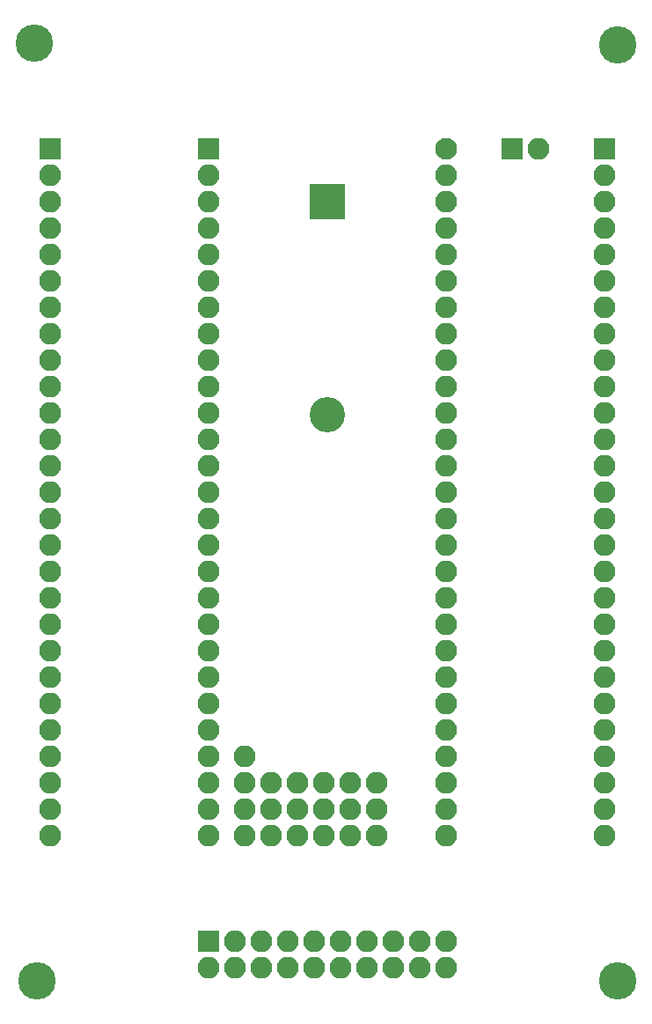
<source format=gbr>
G04 #@! TF.FileFunction,Soldermask,Top*
%FSLAX46Y46*%
G04 Gerber Fmt 4.6, Leading zero omitted, Abs format (unit mm)*
G04 Created by KiCad (PCBNEW 4.0.7-e2-6376~58~ubuntu16.04.1) date Tue Oct 16 16:27:12 2018*
%MOMM*%
%LPD*%
G01*
G04 APERTURE LIST*
%ADD10C,0.100000*%
%ADD11C,3.600000*%
%ADD12C,2.100000*%
%ADD13O,2.100000X2.100000*%
%ADD14R,2.100000X2.100000*%
%ADD15C,3.400000*%
%ADD16R,3.400000X3.400000*%
G04 APERTURE END LIST*
D10*
D11*
X176022000Y-149606000D03*
X120142000Y-149606000D03*
X119888000Y-59436000D03*
D12*
X159512000Y-69596000D03*
D13*
X159512000Y-72136000D03*
X159512000Y-74676000D03*
X159512000Y-77216000D03*
X159512000Y-79756000D03*
X159512000Y-82296000D03*
X159512000Y-84836000D03*
X159512000Y-87376000D03*
X159512000Y-89916000D03*
X159512000Y-92456000D03*
X159512000Y-94996000D03*
X159512000Y-97536000D03*
X159512000Y-100076000D03*
X159512000Y-102616000D03*
X159512000Y-105156000D03*
X159512000Y-107696000D03*
X159512000Y-110236000D03*
X159512000Y-112776000D03*
X159512000Y-115316000D03*
X159512000Y-117856000D03*
X159512000Y-120396000D03*
X159512000Y-122936000D03*
X159512000Y-125476000D03*
X159512000Y-128016000D03*
X159512000Y-130556000D03*
X159512000Y-133096000D03*
X159512000Y-135596000D03*
X136652000Y-133096000D03*
X136652000Y-130556000D03*
X136652000Y-122936000D03*
X136652000Y-125476000D03*
X136652000Y-128016000D03*
X136652000Y-135636000D03*
X136652000Y-77216000D03*
X136652000Y-79756000D03*
X136652000Y-82296000D03*
X136652000Y-84836000D03*
X136652000Y-74676000D03*
D14*
X136652000Y-69596000D03*
D13*
X136652000Y-72136000D03*
X136652000Y-87376000D03*
X136652000Y-89916000D03*
X136652000Y-92456000D03*
X136652000Y-94996000D03*
X136652000Y-97536000D03*
X136652000Y-100076000D03*
X136652000Y-102616000D03*
X136652000Y-105156000D03*
X136652000Y-107696000D03*
X136652000Y-110236000D03*
X136652000Y-112776000D03*
X136652000Y-115316000D03*
X136652000Y-117856000D03*
X136652000Y-120396000D03*
X140152000Y-135636000D03*
X140152000Y-128016000D03*
X140152000Y-133096000D03*
X140152000Y-130556000D03*
X142692000Y-133096000D03*
X142692000Y-135636000D03*
X142692000Y-130556000D03*
X145232000Y-135636000D03*
X145232000Y-133096000D03*
X145232000Y-130556000D03*
X147772000Y-135636000D03*
X147772000Y-133096000D03*
X147772000Y-130556000D03*
X150312000Y-133096000D03*
X150312000Y-135636000D03*
X150312000Y-130556000D03*
X152852000Y-133096000D03*
X152852000Y-135636000D03*
X152852000Y-130556000D03*
D15*
X148082000Y-95166000D03*
D16*
X148082000Y-74676000D03*
D14*
X121412000Y-69596000D03*
D13*
X121412000Y-72136000D03*
X121412000Y-74676000D03*
X121412000Y-77216000D03*
X121412000Y-79756000D03*
X121412000Y-82296000D03*
X121412000Y-84836000D03*
X121412000Y-87376000D03*
X121412000Y-89916000D03*
X121412000Y-92456000D03*
X121412000Y-94996000D03*
X121412000Y-97536000D03*
X121412000Y-100076000D03*
X121412000Y-102616000D03*
X121412000Y-105156000D03*
X121412000Y-107696000D03*
X121412000Y-110236000D03*
X121412000Y-112776000D03*
X121412000Y-115316000D03*
X121412000Y-117856000D03*
X121412000Y-120396000D03*
X121412000Y-122936000D03*
X121412000Y-125476000D03*
X121412000Y-128016000D03*
X121412000Y-130556000D03*
X121412000Y-133096000D03*
X121412000Y-135636000D03*
D14*
X174752000Y-69596000D03*
D13*
X174752000Y-72136000D03*
X174752000Y-74676000D03*
X174752000Y-77216000D03*
X174752000Y-79756000D03*
X174752000Y-82296000D03*
X174752000Y-84836000D03*
X174752000Y-87376000D03*
X174752000Y-89916000D03*
X174752000Y-92456000D03*
X174752000Y-94996000D03*
X174752000Y-97536000D03*
X174752000Y-100076000D03*
X174752000Y-102616000D03*
X174752000Y-105156000D03*
X174752000Y-107696000D03*
X174752000Y-110236000D03*
X174752000Y-112776000D03*
X174752000Y-115316000D03*
X174752000Y-117856000D03*
X174752000Y-120396000D03*
X174752000Y-122936000D03*
X174752000Y-125476000D03*
X174752000Y-128016000D03*
X174752000Y-130556000D03*
X174752000Y-133096000D03*
X174752000Y-135636000D03*
D14*
X165862000Y-69596000D03*
D13*
X168402000Y-69596000D03*
D14*
X136652000Y-145796000D03*
D13*
X136652000Y-148336000D03*
X139192000Y-145796000D03*
X139192000Y-148336000D03*
X141732000Y-145796000D03*
X141732000Y-148336000D03*
X144272000Y-145796000D03*
X144272000Y-148336000D03*
X146812000Y-145796000D03*
X146812000Y-148336000D03*
X149352000Y-145796000D03*
X149352000Y-148336000D03*
X151892000Y-145796000D03*
X151892000Y-148336000D03*
X154432000Y-145796000D03*
X154432000Y-148336000D03*
X156972000Y-145796000D03*
X156972000Y-148336000D03*
X159512000Y-145796000D03*
X159512000Y-148336000D03*
D11*
X176022000Y-59563000D03*
M02*

</source>
